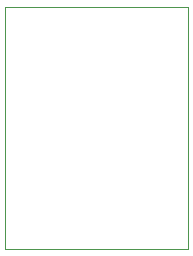
<source format=gbr>
G04 (created by PCBNEW-RS274X (2012-01-19 BZR 3256)-stable) date 2013-01-22 오후 1:13:22*
G01*
G70*
G90*
%MOIN*%
G04 Gerber Fmt 3.4, Leading zero omitted, Abs format*
%FSLAX34Y34*%
G04 APERTURE LIST*
%ADD10C,0.006000*%
%ADD11C,0.004000*%
G04 APERTURE END LIST*
G54D10*
G54D11*
X41110Y-45740D02*
X41190Y-45740D01*
X41110Y-37660D02*
X41110Y-45740D01*
X47190Y-37660D02*
X41110Y-37660D01*
X47190Y-45740D02*
X47190Y-37660D01*
X41150Y-45740D02*
X47190Y-45740D01*
M02*

</source>
